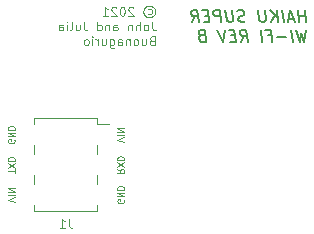
<source format=gbo>
%TF.GenerationSoftware,KiCad,Pcbnew,(5.1.6-0-10_14)*%
%TF.CreationDate,2021-08-10T12:06:40-04:00*%
%TF.ProjectId,fanboard,66616e62-6f61-4726-942e-6b696361645f,rev?*%
%TF.SameCoordinates,Original*%
%TF.FileFunction,Legend,Bot*%
%TF.FilePolarity,Positive*%
%FSLAX46Y46*%
G04 Gerber Fmt 4.6, Leading zero omitted, Abs format (unit mm)*
G04 Created by KiCad (PCBNEW (5.1.6-0-10_14)) date 2021-08-10 12:06:40*
%MOMM*%
%LPD*%
G01*
G04 APERTURE LIST*
%ADD10C,0.100000*%
%ADD11C,0.120000*%
%ADD12C,0.150000*%
G04 APERTURE END LIST*
D10*
X144150000Y-112879047D02*
X144176190Y-112931428D01*
X144176190Y-113010000D01*
X144150000Y-113088571D01*
X144097619Y-113140952D01*
X144045238Y-113167142D01*
X143940476Y-113193333D01*
X143861904Y-113193333D01*
X143757142Y-113167142D01*
X143704761Y-113140952D01*
X143652380Y-113088571D01*
X143626190Y-113010000D01*
X143626190Y-112957619D01*
X143652380Y-112879047D01*
X143678571Y-112852857D01*
X143861904Y-112852857D01*
X143861904Y-112957619D01*
X143626190Y-112617142D02*
X144176190Y-112617142D01*
X143626190Y-112302857D01*
X144176190Y-112302857D01*
X143626190Y-112040952D02*
X144176190Y-112040952D01*
X144176190Y-111910000D01*
X144150000Y-111831428D01*
X144097619Y-111779047D01*
X144045238Y-111752857D01*
X143940476Y-111726666D01*
X143861904Y-111726666D01*
X143757142Y-111752857D01*
X143704761Y-111779047D01*
X143652380Y-111831428D01*
X143626190Y-111910000D01*
X143626190Y-112040952D01*
X144176190Y-118142380D02*
X143626190Y-117959047D01*
X144176190Y-117775714D01*
X143626190Y-117592380D02*
X144176190Y-117592380D01*
X143626190Y-117330476D02*
X144176190Y-117330476D01*
X143626190Y-117016190D01*
X144176190Y-117016190D01*
X144176190Y-115694047D02*
X144176190Y-115379761D01*
X143626190Y-115536904D02*
X144176190Y-115536904D01*
X144176190Y-115248809D02*
X143626190Y-114882142D01*
X144176190Y-114882142D02*
X143626190Y-115248809D01*
X143626190Y-114672619D02*
X144176190Y-114672619D01*
X144176190Y-114541666D01*
X144150000Y-114463095D01*
X144097619Y-114410714D01*
X144045238Y-114384523D01*
X143940476Y-114358333D01*
X143861904Y-114358333D01*
X143757142Y-114384523D01*
X143704761Y-114410714D01*
X143652380Y-114463095D01*
X143626190Y-114541666D01*
X143626190Y-114672619D01*
X153400000Y-117959047D02*
X153426190Y-118011428D01*
X153426190Y-118090000D01*
X153400000Y-118168571D01*
X153347619Y-118220952D01*
X153295238Y-118247142D01*
X153190476Y-118273333D01*
X153111904Y-118273333D01*
X153007142Y-118247142D01*
X152954761Y-118220952D01*
X152902380Y-118168571D01*
X152876190Y-118090000D01*
X152876190Y-118037619D01*
X152902380Y-117959047D01*
X152928571Y-117932857D01*
X153111904Y-117932857D01*
X153111904Y-118037619D01*
X152876190Y-117697142D02*
X153426190Y-117697142D01*
X152876190Y-117382857D01*
X153426190Y-117382857D01*
X152876190Y-117120952D02*
X153426190Y-117120952D01*
X153426190Y-116990000D01*
X153400000Y-116911428D01*
X153347619Y-116859047D01*
X153295238Y-116832857D01*
X153190476Y-116806666D01*
X153111904Y-116806666D01*
X153007142Y-116832857D01*
X152954761Y-116859047D01*
X152902380Y-116911428D01*
X152876190Y-116990000D01*
X152876190Y-117120952D01*
X152876190Y-115366666D02*
X153138095Y-115550000D01*
X152876190Y-115680952D02*
X153426190Y-115680952D01*
X153426190Y-115471428D01*
X153400000Y-115419047D01*
X153373809Y-115392857D01*
X153321428Y-115366666D01*
X153242857Y-115366666D01*
X153190476Y-115392857D01*
X153164285Y-115419047D01*
X153138095Y-115471428D01*
X153138095Y-115680952D01*
X153426190Y-115183333D02*
X152876190Y-114816666D01*
X153426190Y-114816666D02*
X152876190Y-115183333D01*
X152876190Y-114607142D02*
X153426190Y-114607142D01*
X153426190Y-114476190D01*
X153400000Y-114397619D01*
X153347619Y-114345238D01*
X153295238Y-114319047D01*
X153190476Y-114292857D01*
X153111904Y-114292857D01*
X153007142Y-114319047D01*
X152954761Y-114345238D01*
X152902380Y-114397619D01*
X152876190Y-114476190D01*
X152876190Y-114607142D01*
X153426190Y-113062380D02*
X152876190Y-112879047D01*
X153426190Y-112695714D01*
X152876190Y-112512380D02*
X153426190Y-112512380D01*
X152876190Y-112250476D02*
X153426190Y-112250476D01*
X152876190Y-111936190D01*
X153426190Y-111936190D01*
D11*
X155436285Y-101822857D02*
X155507714Y-101787142D01*
X155650571Y-101787142D01*
X155722000Y-101822857D01*
X155793428Y-101894285D01*
X155829142Y-101965714D01*
X155829142Y-102108571D01*
X155793428Y-102180000D01*
X155722000Y-102251428D01*
X155650571Y-102287142D01*
X155507714Y-102287142D01*
X155436285Y-102251428D01*
X155579142Y-101537142D02*
X155757714Y-101572857D01*
X155936285Y-101680000D01*
X156043428Y-101858571D01*
X156079142Y-102037142D01*
X156043428Y-102215714D01*
X155936285Y-102394285D01*
X155757714Y-102501428D01*
X155579142Y-102537142D01*
X155400571Y-102501428D01*
X155222000Y-102394285D01*
X155114857Y-102215714D01*
X155079142Y-102037142D01*
X155114857Y-101858571D01*
X155222000Y-101680000D01*
X155400571Y-101572857D01*
X155579142Y-101537142D01*
X154222000Y-101715714D02*
X154186285Y-101680000D01*
X154114857Y-101644285D01*
X153936285Y-101644285D01*
X153864857Y-101680000D01*
X153829142Y-101715714D01*
X153793428Y-101787142D01*
X153793428Y-101858571D01*
X153829142Y-101965714D01*
X154257714Y-102394285D01*
X153793428Y-102394285D01*
X153329142Y-101644285D02*
X153257714Y-101644285D01*
X153186285Y-101680000D01*
X153150571Y-101715714D01*
X153114857Y-101787142D01*
X153079142Y-101930000D01*
X153079142Y-102108571D01*
X153114857Y-102251428D01*
X153150571Y-102322857D01*
X153186285Y-102358571D01*
X153257714Y-102394285D01*
X153329142Y-102394285D01*
X153400571Y-102358571D01*
X153436285Y-102322857D01*
X153472000Y-102251428D01*
X153507714Y-102108571D01*
X153507714Y-101930000D01*
X153472000Y-101787142D01*
X153436285Y-101715714D01*
X153400571Y-101680000D01*
X153329142Y-101644285D01*
X152793428Y-101715714D02*
X152757714Y-101680000D01*
X152686285Y-101644285D01*
X152507714Y-101644285D01*
X152436285Y-101680000D01*
X152400571Y-101715714D01*
X152364857Y-101787142D01*
X152364857Y-101858571D01*
X152400571Y-101965714D01*
X152829142Y-102394285D01*
X152364857Y-102394285D01*
X151650571Y-102394285D02*
X152079142Y-102394285D01*
X151864857Y-102394285D02*
X151864857Y-101644285D01*
X151936285Y-101751428D01*
X152007714Y-101822857D01*
X152079142Y-101858571D01*
X155829142Y-102889285D02*
X155829142Y-103425000D01*
X155864857Y-103532142D01*
X155936285Y-103603571D01*
X156043428Y-103639285D01*
X156114857Y-103639285D01*
X155364857Y-103639285D02*
X155436285Y-103603571D01*
X155472000Y-103567857D01*
X155507714Y-103496428D01*
X155507714Y-103282142D01*
X155472000Y-103210714D01*
X155436285Y-103175000D01*
X155364857Y-103139285D01*
X155257714Y-103139285D01*
X155186285Y-103175000D01*
X155150571Y-103210714D01*
X155114857Y-103282142D01*
X155114857Y-103496428D01*
X155150571Y-103567857D01*
X155186285Y-103603571D01*
X155257714Y-103639285D01*
X155364857Y-103639285D01*
X154793428Y-103639285D02*
X154793428Y-102889285D01*
X154472000Y-103639285D02*
X154472000Y-103246428D01*
X154507714Y-103175000D01*
X154579142Y-103139285D01*
X154686285Y-103139285D01*
X154757714Y-103175000D01*
X154793428Y-103210714D01*
X154114857Y-103139285D02*
X154114857Y-103639285D01*
X154114857Y-103210714D02*
X154079142Y-103175000D01*
X154007714Y-103139285D01*
X153900571Y-103139285D01*
X153829142Y-103175000D01*
X153793428Y-103246428D01*
X153793428Y-103639285D01*
X152543428Y-103639285D02*
X152543428Y-103246428D01*
X152579142Y-103175000D01*
X152650571Y-103139285D01*
X152793428Y-103139285D01*
X152864857Y-103175000D01*
X152543428Y-103603571D02*
X152614857Y-103639285D01*
X152793428Y-103639285D01*
X152864857Y-103603571D01*
X152900571Y-103532142D01*
X152900571Y-103460714D01*
X152864857Y-103389285D01*
X152793428Y-103353571D01*
X152614857Y-103353571D01*
X152543428Y-103317857D01*
X152186285Y-103139285D02*
X152186285Y-103639285D01*
X152186285Y-103210714D02*
X152150571Y-103175000D01*
X152079142Y-103139285D01*
X151972000Y-103139285D01*
X151900571Y-103175000D01*
X151864857Y-103246428D01*
X151864857Y-103639285D01*
X151186285Y-103639285D02*
X151186285Y-102889285D01*
X151186285Y-103603571D02*
X151257714Y-103639285D01*
X151400571Y-103639285D01*
X151472000Y-103603571D01*
X151507714Y-103567857D01*
X151543428Y-103496428D01*
X151543428Y-103282142D01*
X151507714Y-103210714D01*
X151472000Y-103175000D01*
X151400571Y-103139285D01*
X151257714Y-103139285D01*
X151186285Y-103175000D01*
X150043428Y-102889285D02*
X150043428Y-103425000D01*
X150079142Y-103532142D01*
X150150571Y-103603571D01*
X150257714Y-103639285D01*
X150329142Y-103639285D01*
X149364857Y-103139285D02*
X149364857Y-103639285D01*
X149686285Y-103139285D02*
X149686285Y-103532142D01*
X149650571Y-103603571D01*
X149579142Y-103639285D01*
X149472000Y-103639285D01*
X149400571Y-103603571D01*
X149364857Y-103567857D01*
X148900571Y-103639285D02*
X148972000Y-103603571D01*
X149007714Y-103532142D01*
X149007714Y-102889285D01*
X148614857Y-103639285D02*
X148614857Y-103139285D01*
X148614857Y-102889285D02*
X148650571Y-102925000D01*
X148614857Y-102960714D01*
X148579142Y-102925000D01*
X148614857Y-102889285D01*
X148614857Y-102960714D01*
X147936285Y-103639285D02*
X147936285Y-103246428D01*
X147972000Y-103175000D01*
X148043428Y-103139285D01*
X148186285Y-103139285D01*
X148257714Y-103175000D01*
X147936285Y-103603571D02*
X148007714Y-103639285D01*
X148186285Y-103639285D01*
X148257714Y-103603571D01*
X148293428Y-103532142D01*
X148293428Y-103460714D01*
X148257714Y-103389285D01*
X148186285Y-103353571D01*
X148007714Y-103353571D01*
X147936285Y-103317857D01*
X155793428Y-104491428D02*
X155686285Y-104527142D01*
X155650571Y-104562857D01*
X155614857Y-104634285D01*
X155614857Y-104741428D01*
X155650571Y-104812857D01*
X155686285Y-104848571D01*
X155757714Y-104884285D01*
X156043428Y-104884285D01*
X156043428Y-104134285D01*
X155793428Y-104134285D01*
X155722000Y-104170000D01*
X155686285Y-104205714D01*
X155650571Y-104277142D01*
X155650571Y-104348571D01*
X155686285Y-104420000D01*
X155722000Y-104455714D01*
X155793428Y-104491428D01*
X156043428Y-104491428D01*
X154972000Y-104384285D02*
X154972000Y-104884285D01*
X155293428Y-104384285D02*
X155293428Y-104777142D01*
X155257714Y-104848571D01*
X155186285Y-104884285D01*
X155079142Y-104884285D01*
X155007714Y-104848571D01*
X154972000Y-104812857D01*
X154507714Y-104884285D02*
X154579142Y-104848571D01*
X154614857Y-104812857D01*
X154650571Y-104741428D01*
X154650571Y-104527142D01*
X154614857Y-104455714D01*
X154579142Y-104420000D01*
X154507714Y-104384285D01*
X154400571Y-104384285D01*
X154329142Y-104420000D01*
X154293428Y-104455714D01*
X154257714Y-104527142D01*
X154257714Y-104741428D01*
X154293428Y-104812857D01*
X154329142Y-104848571D01*
X154400571Y-104884285D01*
X154507714Y-104884285D01*
X153936285Y-104384285D02*
X153936285Y-104884285D01*
X153936285Y-104455714D02*
X153900571Y-104420000D01*
X153829142Y-104384285D01*
X153722000Y-104384285D01*
X153650571Y-104420000D01*
X153614857Y-104491428D01*
X153614857Y-104884285D01*
X152936285Y-104884285D02*
X152936285Y-104491428D01*
X152972000Y-104420000D01*
X153043428Y-104384285D01*
X153186285Y-104384285D01*
X153257714Y-104420000D01*
X152936285Y-104848571D02*
X153007714Y-104884285D01*
X153186285Y-104884285D01*
X153257714Y-104848571D01*
X153293428Y-104777142D01*
X153293428Y-104705714D01*
X153257714Y-104634285D01*
X153186285Y-104598571D01*
X153007714Y-104598571D01*
X152936285Y-104562857D01*
X152257714Y-104384285D02*
X152257714Y-104991428D01*
X152293428Y-105062857D01*
X152329142Y-105098571D01*
X152400571Y-105134285D01*
X152507714Y-105134285D01*
X152579142Y-105098571D01*
X152257714Y-104848571D02*
X152329142Y-104884285D01*
X152472000Y-104884285D01*
X152543428Y-104848571D01*
X152579142Y-104812857D01*
X152614857Y-104741428D01*
X152614857Y-104527142D01*
X152579142Y-104455714D01*
X152543428Y-104420000D01*
X152472000Y-104384285D01*
X152329142Y-104384285D01*
X152257714Y-104420000D01*
X151579142Y-104384285D02*
X151579142Y-104884285D01*
X151900571Y-104384285D02*
X151900571Y-104777142D01*
X151864857Y-104848571D01*
X151793428Y-104884285D01*
X151686285Y-104884285D01*
X151614857Y-104848571D01*
X151579142Y-104812857D01*
X151222000Y-104884285D02*
X151222000Y-104384285D01*
X151222000Y-104527142D02*
X151186285Y-104455714D01*
X151150571Y-104420000D01*
X151079142Y-104384285D01*
X151007714Y-104384285D01*
X150757714Y-104884285D02*
X150757714Y-104384285D01*
X150757714Y-104134285D02*
X150793428Y-104170000D01*
X150757714Y-104205714D01*
X150722000Y-104170000D01*
X150757714Y-104134285D01*
X150757714Y-104205714D01*
X150293428Y-104884285D02*
X150364857Y-104848571D01*
X150400571Y-104812857D01*
X150436285Y-104741428D01*
X150436285Y-104527142D01*
X150400571Y-104455714D01*
X150364857Y-104420000D01*
X150293428Y-104384285D01*
X150186285Y-104384285D01*
X150114857Y-104420000D01*
X150079142Y-104455714D01*
X150043428Y-104527142D01*
X150043428Y-104741428D01*
X150079142Y-104812857D01*
X150114857Y-104848571D01*
X150186285Y-104884285D01*
X150293428Y-104884285D01*
D12*
X168858452Y-102927380D02*
X168733452Y-101927380D01*
X168792976Y-102403571D02*
X168221547Y-102403571D01*
X168287023Y-102927380D02*
X168162023Y-101927380D01*
X167822738Y-102641666D02*
X167346547Y-102641666D01*
X167953690Y-102927380D02*
X167495357Y-101927380D01*
X167287023Y-102927380D01*
X166953690Y-102927380D02*
X166828690Y-101927380D01*
X166477500Y-102927380D02*
X166352500Y-101927380D01*
X165906071Y-102927380D02*
X166263214Y-102355952D01*
X165781071Y-101927380D02*
X166423928Y-102498809D01*
X165352500Y-101927380D02*
X165453690Y-102736904D01*
X165417976Y-102832142D01*
X165376309Y-102879761D01*
X165287023Y-102927380D01*
X165096547Y-102927380D01*
X164995357Y-102879761D01*
X164941785Y-102832142D01*
X164882261Y-102736904D01*
X164781071Y-101927380D01*
X163709642Y-102879761D02*
X163572738Y-102927380D01*
X163334642Y-102927380D01*
X163233452Y-102879761D01*
X163179880Y-102832142D01*
X163120357Y-102736904D01*
X163108452Y-102641666D01*
X163144166Y-102546428D01*
X163185833Y-102498809D01*
X163275119Y-102451190D01*
X163459642Y-102403571D01*
X163548928Y-102355952D01*
X163590595Y-102308333D01*
X163626309Y-102213095D01*
X163614404Y-102117857D01*
X163554880Y-102022619D01*
X163501309Y-101975000D01*
X163400119Y-101927380D01*
X163162023Y-101927380D01*
X163025119Y-101975000D01*
X162590595Y-101927380D02*
X162691785Y-102736904D01*
X162656071Y-102832142D01*
X162614404Y-102879761D01*
X162525119Y-102927380D01*
X162334642Y-102927380D01*
X162233452Y-102879761D01*
X162179880Y-102832142D01*
X162120357Y-102736904D01*
X162019166Y-101927380D01*
X161667976Y-102927380D02*
X161542976Y-101927380D01*
X161162023Y-101927380D01*
X161072738Y-101975000D01*
X161031071Y-102022619D01*
X160995357Y-102117857D01*
X161013214Y-102260714D01*
X161072738Y-102355952D01*
X161126309Y-102403571D01*
X161227500Y-102451190D01*
X161608452Y-102451190D01*
X160602500Y-102403571D02*
X160269166Y-102403571D01*
X160191785Y-102927380D02*
X160667976Y-102927380D01*
X160542976Y-101927380D01*
X160066785Y-101927380D01*
X159191785Y-102927380D02*
X159465595Y-102451190D01*
X159763214Y-102927380D02*
X159638214Y-101927380D01*
X159257261Y-101927380D01*
X159167976Y-101975000D01*
X159126309Y-102022619D01*
X159090595Y-102117857D01*
X159108452Y-102260714D01*
X159167976Y-102355952D01*
X159221547Y-102403571D01*
X159322738Y-102451190D01*
X159703690Y-102451190D01*
X168828690Y-103577380D02*
X168715595Y-104577380D01*
X168435833Y-103863095D01*
X168334642Y-104577380D01*
X167971547Y-103577380D01*
X167715595Y-104577380D02*
X167590595Y-103577380D01*
X167191785Y-104196428D02*
X166429880Y-104196428D01*
X165602500Y-104053571D02*
X165935833Y-104053571D01*
X166001309Y-104577380D02*
X165876309Y-103577380D01*
X165400119Y-103577380D01*
X165144166Y-104577380D02*
X165019166Y-103577380D01*
X163334642Y-104577380D02*
X163608452Y-104101190D01*
X163906071Y-104577380D02*
X163781071Y-103577380D01*
X163400119Y-103577380D01*
X163310833Y-103625000D01*
X163269166Y-103672619D01*
X163233452Y-103767857D01*
X163251309Y-103910714D01*
X163310833Y-104005952D01*
X163364404Y-104053571D01*
X163465595Y-104101190D01*
X163846547Y-104101190D01*
X162840595Y-104053571D02*
X162507261Y-104053571D01*
X162429880Y-104577380D02*
X162906071Y-104577380D01*
X162781071Y-103577380D01*
X162304880Y-103577380D01*
X162019166Y-103577380D02*
X161810833Y-104577380D01*
X161352500Y-103577380D01*
X159983452Y-104053571D02*
X159846547Y-104101190D01*
X159804880Y-104148809D01*
X159769166Y-104244047D01*
X159787023Y-104386904D01*
X159846547Y-104482142D01*
X159900119Y-104529761D01*
X160001309Y-104577380D01*
X160382261Y-104577380D01*
X160257261Y-103577380D01*
X159923928Y-103577380D01*
X159834642Y-103625000D01*
X159792976Y-103672619D01*
X159757261Y-103767857D01*
X159769166Y-103863095D01*
X159828690Y-103958333D01*
X159882261Y-104005952D01*
X159983452Y-104053571D01*
X160316785Y-104053571D01*
D11*
%TO.C,J1*%
X151150000Y-111565000D02*
X152170000Y-111565000D01*
X145850000Y-111565000D02*
X145850000Y-111080000D01*
X145850000Y-111080000D02*
X151150000Y-111080000D01*
X151150000Y-111080000D02*
X151150000Y-111565000D01*
X145850000Y-118435000D02*
X145850000Y-118920000D01*
X145850000Y-118920000D02*
X151150000Y-118920000D01*
X151150000Y-118920000D02*
X151150000Y-118435000D01*
X145850000Y-113355000D02*
X145850000Y-114105000D01*
X151150000Y-113355000D02*
X151150000Y-114105000D01*
X145850000Y-115895000D02*
X145850000Y-116645000D01*
X151150000Y-115895000D02*
X151150000Y-116645000D01*
X148750000Y-119589285D02*
X148750000Y-120125000D01*
X148785714Y-120232142D01*
X148857142Y-120303571D01*
X148964285Y-120339285D01*
X149035714Y-120339285D01*
X148000000Y-120339285D02*
X148428571Y-120339285D01*
X148214285Y-120339285D02*
X148214285Y-119589285D01*
X148285714Y-119696428D01*
X148357142Y-119767857D01*
X148428571Y-119803571D01*
%TD*%
M02*

</source>
